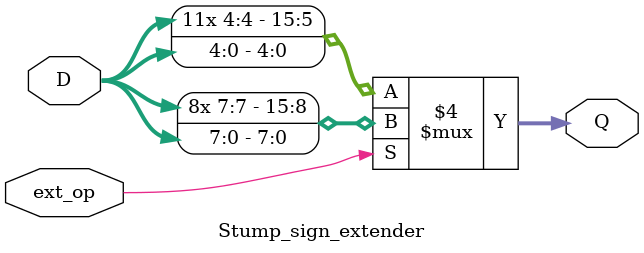
<source format=v>
module Stump_sign_extender (input wire        ext_op,
			    input wire [7:0]  D,
			    output reg [15:0] Q
			    );
			    
always @(ext_op, D)
 if(ext_op == 1)
  Q = {{8{D[7]}}, D[7:0]};  // sign extend to 16bits from bit7
 else
  Q = {{11{D[4]}}, D[4:0]}; // sign extend to 16bits from bit4
  
  
endmodule

</source>
